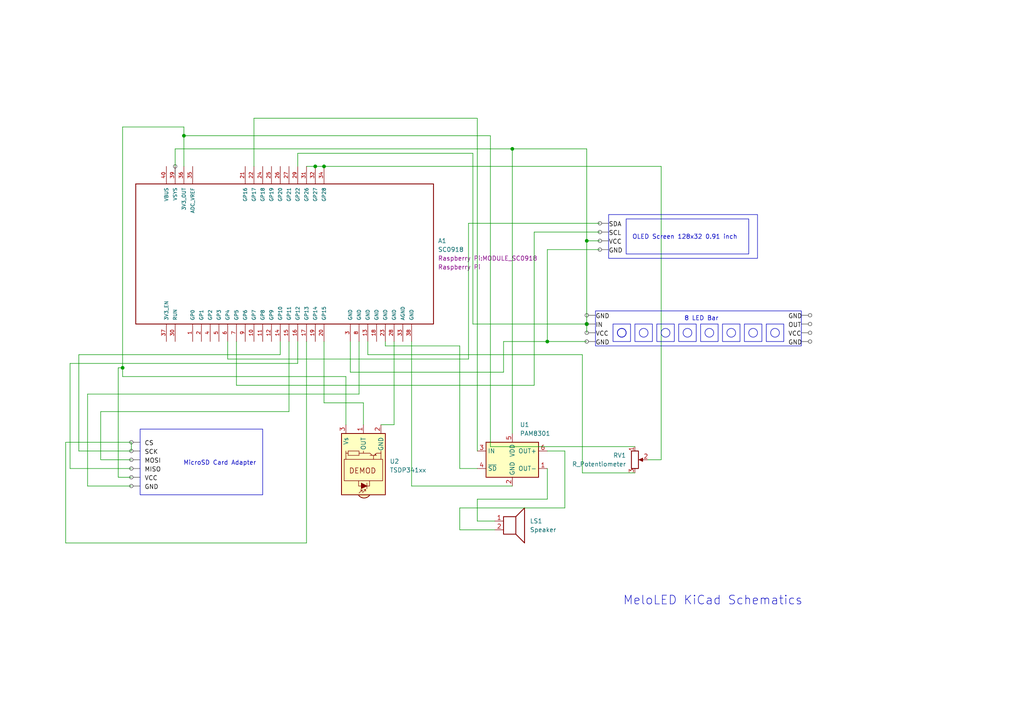
<source format=kicad_sch>
(kicad_sch
	(version 20231120)
	(generator "eeschema")
	(generator_version "8.0")
	(uuid "611160db-d3ff-4dc4-8187-9681edb9ff78")
	(paper "A4")
	(lib_symbols
		(symbol "Amplifier_Audio:PAM8301"
			(exclude_from_sim no)
			(in_bom yes)
			(on_board yes)
			(property "Reference" "U"
				(at 6.35 8.89 0)
				(effects
					(font
						(size 1.27 1.27)
					)
				)
			)
			(property "Value" "PAM8301"
				(at 6.35 6.35 0)
				(effects
					(font
						(size 1.27 1.27)
					)
				)
			)
			(property "Footprint" "Package_TO_SOT_SMD:SOT-23-6"
				(at 0 0 0)
				(effects
					(font
						(size 1.27 1.27)
					)
					(hide yes)
				)
			)
			(property "Datasheet" "https://www.diodes.com/assets/Datasheets/products_inactive_data/PAM8301.pdf"
				(at 0 0 0)
				(effects
					(font
						(size 1.27 1.27)
					)
					(hide yes)
				)
			)
			(property "Description" "Filterless Class-D Mono Audio Amplifier, 1.5W, TSOT-26"
				(at 0 0 0)
				(effects
					(font
						(size 1.27 1.27)
					)
					(hide yes)
				)
			)
			(property "ki_keywords" "audio amplifier class d"
				(at 0 0 0)
				(effects
					(font
						(size 1.27 1.27)
					)
					(hide yes)
				)
			)
			(property "ki_fp_filters" "SOT?23*"
				(at 0 0 0)
				(effects
					(font
						(size 1.27 1.27)
					)
					(hide yes)
				)
			)
			(symbol "PAM8301_0_1"
				(rectangle
					(start -7.62 5.08)
					(end 7.62 -5.08)
					(stroke
						(width 0.254)
						(type default)
					)
					(fill
						(type background)
					)
				)
			)
			(symbol "PAM8301_1_1"
				(pin output line
					(at 10.16 -2.54 180)
					(length 2.54)
					(name "OUT-"
						(effects
							(font
								(size 1.27 1.27)
							)
						)
					)
					(number "1"
						(effects
							(font
								(size 1.27 1.27)
							)
						)
					)
				)
				(pin power_in line
					(at 0 -7.62 90)
					(length 2.54)
					(name "GND"
						(effects
							(font
								(size 1.27 1.27)
							)
						)
					)
					(number "2"
						(effects
							(font
								(size 1.27 1.27)
							)
						)
					)
				)
				(pin input line
					(at -10.16 2.54 0)
					(length 2.54)
					(name "IN"
						(effects
							(font
								(size 1.27 1.27)
							)
						)
					)
					(number "3"
						(effects
							(font
								(size 1.27 1.27)
							)
						)
					)
				)
				(pin input line
					(at -10.16 -2.54 0)
					(length 2.54)
					(name "~{SD}"
						(effects
							(font
								(size 1.27 1.27)
							)
						)
					)
					(number "4"
						(effects
							(font
								(size 1.27 1.27)
							)
						)
					)
				)
				(pin power_in line
					(at 0 7.62 270)
					(length 2.54)
					(name "VDD"
						(effects
							(font
								(size 1.27 1.27)
							)
						)
					)
					(number "5"
						(effects
							(font
								(size 1.27 1.27)
							)
						)
					)
				)
				(pin output line
					(at 10.16 2.54 180)
					(length 2.54)
					(name "OUT+"
						(effects
							(font
								(size 1.27 1.27)
							)
						)
					)
					(number "6"
						(effects
							(font
								(size 1.27 1.27)
							)
						)
					)
				)
			)
		)
		(symbol "Device:R_Potentiometer"
			(pin_names
				(offset 1.016) hide)
			(exclude_from_sim no)
			(in_bom yes)
			(on_board yes)
			(property "Reference" "RV"
				(at -4.445 0 90)
				(effects
					(font
						(size 1.27 1.27)
					)
				)
			)
			(property "Value" "R_Potentiometer"
				(at -2.54 0 90)
				(effects
					(font
						(size 1.27 1.27)
					)
				)
			)
			(property "Footprint" ""
				(at 0 0 0)
				(effects
					(font
						(size 1.27 1.27)
					)
					(hide yes)
				)
			)
			(property "Datasheet" "~"
				(at 0 0 0)
				(effects
					(font
						(size 1.27 1.27)
					)
					(hide yes)
				)
			)
			(property "Description" "Potentiometer"
				(at 0 0 0)
				(effects
					(font
						(size 1.27 1.27)
					)
					(hide yes)
				)
			)
			(property "ki_keywords" "resistor variable"
				(at 0 0 0)
				(effects
					(font
						(size 1.27 1.27)
					)
					(hide yes)
				)
			)
			(property "ki_fp_filters" "Potentiometer*"
				(at 0 0 0)
				(effects
					(font
						(size 1.27 1.27)
					)
					(hide yes)
				)
			)
			(symbol "R_Potentiometer_0_1"
				(polyline
					(pts
						(xy 2.54 0) (xy 1.524 0)
					)
					(stroke
						(width 0)
						(type default)
					)
					(fill
						(type none)
					)
				)
				(polyline
					(pts
						(xy 1.143 0) (xy 2.286 0.508) (xy 2.286 -0.508) (xy 1.143 0)
					)
					(stroke
						(width 0)
						(type default)
					)
					(fill
						(type outline)
					)
				)
				(rectangle
					(start 1.016 2.54)
					(end -1.016 -2.54)
					(stroke
						(width 0.254)
						(type default)
					)
					(fill
						(type none)
					)
				)
			)
			(symbol "R_Potentiometer_1_1"
				(pin passive line
					(at 0 3.81 270)
					(length 1.27)
					(name "1"
						(effects
							(font
								(size 1.27 1.27)
							)
						)
					)
					(number "1"
						(effects
							(font
								(size 1.27 1.27)
							)
						)
					)
				)
				(pin passive line
					(at 3.81 0 180)
					(length 1.27)
					(name "2"
						(effects
							(font
								(size 1.27 1.27)
							)
						)
					)
					(number "2"
						(effects
							(font
								(size 1.27 1.27)
							)
						)
					)
				)
				(pin passive line
					(at 0 -3.81 90)
					(length 1.27)
					(name "3"
						(effects
							(font
								(size 1.27 1.27)
							)
						)
					)
					(number "3"
						(effects
							(font
								(size 1.27 1.27)
							)
						)
					)
				)
			)
		)
		(symbol "Device:Speaker"
			(pin_names
				(offset 0) hide)
			(exclude_from_sim no)
			(in_bom yes)
			(on_board yes)
			(property "Reference" "LS"
				(at 1.27 5.715 0)
				(effects
					(font
						(size 1.27 1.27)
					)
					(justify right)
				)
			)
			(property "Value" "Speaker"
				(at 1.27 3.81 0)
				(effects
					(font
						(size 1.27 1.27)
					)
					(justify right)
				)
			)
			(property "Footprint" ""
				(at 0 -5.08 0)
				(effects
					(font
						(size 1.27 1.27)
					)
					(hide yes)
				)
			)
			(property "Datasheet" "~"
				(at -0.254 -1.27 0)
				(effects
					(font
						(size 1.27 1.27)
					)
					(hide yes)
				)
			)
			(property "Description" "Speaker"
				(at 0 0 0)
				(effects
					(font
						(size 1.27 1.27)
					)
					(hide yes)
				)
			)
			(property "ki_keywords" "speaker sound"
				(at 0 0 0)
				(effects
					(font
						(size 1.27 1.27)
					)
					(hide yes)
				)
			)
			(symbol "Speaker_0_0"
				(rectangle
					(start -2.54 1.27)
					(end 1.016 -3.81)
					(stroke
						(width 0.254)
						(type default)
					)
					(fill
						(type none)
					)
				)
				(polyline
					(pts
						(xy 1.016 1.27) (xy 3.556 3.81) (xy 3.556 -6.35) (xy 1.016 -3.81)
					)
					(stroke
						(width 0.254)
						(type default)
					)
					(fill
						(type none)
					)
				)
			)
			(symbol "Speaker_1_1"
				(pin input line
					(at -5.08 0 0)
					(length 2.54)
					(name "1"
						(effects
							(font
								(size 1.27 1.27)
							)
						)
					)
					(number "1"
						(effects
							(font
								(size 1.27 1.27)
							)
						)
					)
				)
				(pin input line
					(at -5.08 -2.54 0)
					(length 2.54)
					(name "2"
						(effects
							(font
								(size 1.27 1.27)
							)
						)
					)
					(number "2"
						(effects
							(font
								(size 1.27 1.27)
							)
						)
					)
				)
			)
		)
		(symbol "Interface_Optical:TSDP341xx"
			(pin_names
				(offset 1.016)
			)
			(exclude_from_sim no)
			(in_bom yes)
			(on_board yes)
			(property "Reference" "U"
				(at -10.16 7.62 0)
				(effects
					(font
						(size 1.27 1.27)
					)
					(justify left)
				)
			)
			(property "Value" "TSDP341xx"
				(at -10.16 -7.62 0)
				(effects
					(font
						(size 1.27 1.27)
					)
					(justify left)
				)
			)
			(property "Footprint" "OptoDevice:Vishay_MOLD-3Pin"
				(at -1.27 -9.525 0)
				(effects
					(font
						(size 1.27 1.27)
					)
					(hide yes)
				)
			)
			(property "Datasheet" "http://www.vishay.com/docs/82667/tsdp341.pdf"
				(at 16.51 7.62 0)
				(effects
					(font
						(size 1.27 1.27)
					)
					(hide yes)
				)
			)
			(property "Description" "IR Receiver Modules for Data Transmission"
				(at 0 0 0)
				(effects
					(font
						(size 1.27 1.27)
					)
					(hide yes)
				)
			)
			(property "ki_keywords" "opto IR receiver"
				(at 0 0 0)
				(effects
					(font
						(size 1.27 1.27)
					)
					(hide yes)
				)
			)
			(property "ki_fp_filters" "Vishay*MOLD*"
				(at 0 0 0)
				(effects
					(font
						(size 1.27 1.27)
					)
					(hide yes)
				)
			)
			(symbol "TSDP341xx_0_0"
				(arc
					(start -10.287 1.397)
					(mid -11.0899 -0.1852)
					(end -10.287 -1.778)
					(stroke
						(width 0.254)
						(type default)
					)
					(fill
						(type background)
					)
				)
				(polyline
					(pts
						(xy 1.905 -5.08) (xy 0.127 -5.08)
					)
					(stroke
						(width 0)
						(type default)
					)
					(fill
						(type none)
					)
				)
				(polyline
					(pts
						(xy 1.905 5.08) (xy 0.127 5.08)
					)
					(stroke
						(width 0)
						(type default)
					)
					(fill
						(type none)
					)
				)
				(text "DEMOD"
					(at -3.175 0.254 900)
					(effects
						(font
							(size 1.524 1.524)
						)
					)
				)
			)
			(symbol "TSDP341xx_0_1"
				(rectangle
					(start -6.096 5.588)
					(end 0.127 -5.588)
					(stroke
						(width 0)
						(type default)
					)
					(fill
						(type none)
					)
				)
				(polyline
					(pts
						(xy -8.763 0.381) (xy -9.652 1.27)
					)
					(stroke
						(width 0)
						(type default)
					)
					(fill
						(type none)
					)
				)
				(polyline
					(pts
						(xy -8.763 0.381) (xy -9.271 0.381)
					)
					(stroke
						(width 0)
						(type default)
					)
					(fill
						(type none)
					)
				)
				(polyline
					(pts
						(xy -8.763 0.381) (xy -8.763 0.889)
					)
					(stroke
						(width 0)
						(type default)
					)
					(fill
						(type none)
					)
				)
				(polyline
					(pts
						(xy -8.636 -0.635) (xy -9.525 0.254)
					)
					(stroke
						(width 0)
						(type default)
					)
					(fill
						(type none)
					)
				)
				(polyline
					(pts
						(xy -8.636 -0.635) (xy -9.144 -0.635)
					)
					(stroke
						(width 0)
						(type default)
					)
					(fill
						(type none)
					)
				)
				(polyline
					(pts
						(xy -8.636 -0.635) (xy -8.636 -0.127)
					)
					(stroke
						(width 0)
						(type default)
					)
					(fill
						(type none)
					)
				)
				(polyline
					(pts
						(xy -8.382 -1.016) (xy -6.731 -1.016)
					)
					(stroke
						(width 0)
						(type default)
					)
					(fill
						(type none)
					)
				)
				(polyline
					(pts
						(xy 1.27 -2.921) (xy 0.127 -2.921)
					)
					(stroke
						(width 0)
						(type default)
					)
					(fill
						(type none)
					)
				)
				(polyline
					(pts
						(xy 1.27 -1.905) (xy 1.27 -3.81)
					)
					(stroke
						(width 0)
						(type default)
					)
					(fill
						(type none)
					)
				)
				(polyline
					(pts
						(xy 1.397 -3.556) (xy 1.524 -3.556)
					)
					(stroke
						(width 0)
						(type default)
					)
					(fill
						(type none)
					)
				)
				(polyline
					(pts
						(xy 1.651 -3.556) (xy 1.524 -3.556)
					)
					(stroke
						(width 0)
						(type default)
					)
					(fill
						(type none)
					)
				)
				(polyline
					(pts
						(xy 1.651 -3.556) (xy 1.651 -3.302)
					)
					(stroke
						(width 0)
						(type default)
					)
					(fill
						(type none)
					)
				)
				(polyline
					(pts
						(xy 1.905 0) (xy 1.905 1.27)
					)
					(stroke
						(width 0)
						(type default)
					)
					(fill
						(type none)
					)
				)
				(polyline
					(pts
						(xy 1.905 4.445) (xy 1.905 5.08) (xy 2.54 5.08)
					)
					(stroke
						(width 0)
						(type default)
					)
					(fill
						(type none)
					)
				)
				(polyline
					(pts
						(xy -8.382 0.635) (xy -6.731 0.635) (xy -7.62 -1.016) (xy -8.382 0.635)
					)
					(stroke
						(width 0)
						(type default)
					)
					(fill
						(type outline)
					)
				)
				(polyline
					(pts
						(xy -6.096 1.397) (xy -7.62 1.397) (xy -7.62 -1.778) (xy -6.096 -1.778)
					)
					(stroke
						(width 0)
						(type default)
					)
					(fill
						(type none)
					)
				)
				(polyline
					(pts
						(xy 1.27 -3.175) (xy 1.905 -3.81) (xy 1.905 -5.08) (xy 2.54 -5.08)
					)
					(stroke
						(width 0)
						(type default)
					)
					(fill
						(type none)
					)
				)
				(polyline
					(pts
						(xy 1.27 -2.54) (xy 1.905 -1.905) (xy 1.905 0) (xy 2.54 0)
					)
					(stroke
						(width 0)
						(type default)
					)
					(fill
						(type none)
					)
				)
				(rectangle
					(start 2.54 1.27)
					(end 1.27 4.445)
					(stroke
						(width 0)
						(type default)
					)
					(fill
						(type none)
					)
				)
				(rectangle
					(start 7.62 6.35)
					(end -10.16 -6.35)
					(stroke
						(width 0.254)
						(type default)
					)
					(fill
						(type background)
					)
				)
			)
			(symbol "TSDP341xx_1_1"
				(pin output line
					(at 10.16 0 180)
					(length 2.54)
					(name "OUT"
						(effects
							(font
								(size 1.27 1.27)
							)
						)
					)
					(number "1"
						(effects
							(font
								(size 1.27 1.27)
							)
						)
					)
				)
				(pin power_in line
					(at 10.16 -5.08 180)
					(length 2.54)
					(name "GND"
						(effects
							(font
								(size 1.27 1.27)
							)
						)
					)
					(number "2"
						(effects
							(font
								(size 1.27 1.27)
							)
						)
					)
				)
				(pin power_in line
					(at 10.16 5.08 180)
					(length 2.54)
					(name "Vs"
						(effects
							(font
								(size 1.27 1.27)
							)
						)
					)
					(number "3"
						(effects
							(font
								(size 1.27 1.27)
							)
						)
					)
				)
			)
		)
		(symbol "Pico_w:SC0918"
			(pin_names
				(offset 1.016)
			)
			(exclude_from_sim no)
			(in_bom yes)
			(on_board yes)
			(property "Reference" "A1"
				(at 0 58.42 0)
				(effects
					(font
						(size 1.27 1.27)
					)
				)
			)
			(property "Value" "SC0918"
				(at 0 55.88 0)
				(effects
					(font
						(size 1.27 1.27)
					)
				)
			)
			(property "Footprint" "Raspberry Pi:MODULE_SC0918"
				(at -12.7 -46.99 0)
				(effects
					(font
						(size 1.27 1.27)
					)
					(justify bottom)
				)
			)
			(property "Datasheet" "https://datasheets.raspberrypi.com/picow/pico-w-datasheet.pdf"
				(at -26.67 -49.53 0)
				(effects
					(font
						(size 1.27 1.27)
					)
					(justify left bottom)
					(hide yes)
				)
			)
			(property "Description" ""
				(at 0 0 0)
				(effects
					(font
						(size 1.27 1.27)
					)
					(hide yes)
				)
			)
			(property "manufacturer" "Raspberry Pi"
				(at 0 53.34 0)
				(effects
					(font
						(size 1.27 1.27)
					)
				)
			)
			(property "P/N" "SC0918"
				(at 0 50.8 0)
				(effects
					(font
						(size 1.27 1.27)
					)
					(hide yes)
				)
			)
			(property "PARTREV" "1.6"
				(at 0 48.26 0)
				(effects
					(font
						(size 1.27 1.27)
					)
					(hide yes)
				)
			)
			(property "MAXIMUM_PACKAGE_HEIGHT" "3.73mm"
				(at 0 45.72 0)
				(effects
					(font
						(size 1.27 1.27)
					)
					(hide yes)
				)
			)
			(symbol "SC0918_0_0"
				(rectangle
					(start -20.32 -43.18)
					(end 20.32 43.18)
					(stroke
						(width 0.254)
						(type default)
					)
					(fill
						(type none)
					)
				)
				(pin bidirectional line
					(at -25.4 26.67 0)
					(length 5.08)
					(name "GP0"
						(effects
							(font
								(size 1.016 1.016)
							)
						)
					)
					(number "1"
						(effects
							(font
								(size 1.016 1.016)
							)
						)
					)
				)
				(pin bidirectional line
					(at -25.4 8.89 0)
					(length 5.08)
					(name "GP7"
						(effects
							(font
								(size 1.016 1.016)
							)
						)
					)
					(number "10"
						(effects
							(font
								(size 1.016 1.016)
							)
						)
					)
				)
				(pin bidirectional line
					(at -25.4 6.35 0)
					(length 5.08)
					(name "GP8"
						(effects
							(font
								(size 1.016 1.016)
							)
						)
					)
					(number "11"
						(effects
							(font
								(size 1.016 1.016)
							)
						)
					)
				)
				(pin bidirectional line
					(at -25.4 3.81 0)
					(length 5.08)
					(name "GP9"
						(effects
							(font
								(size 1.016 1.016)
							)
						)
					)
					(number "12"
						(effects
							(font
								(size 1.016 1.016)
							)
						)
					)
				)
				(pin power_in line
					(at -25.4 -24.13 0)
					(length 5.08)
					(name "GND"
						(effects
							(font
								(size 1.016 1.016)
							)
						)
					)
					(number "13"
						(effects
							(font
								(size 1.016 1.016)
							)
						)
					)
				)
				(pin bidirectional line
					(at -25.4 1.27 0)
					(length 5.08)
					(name "GP10"
						(effects
							(font
								(size 1.016 1.016)
							)
						)
					)
					(number "14"
						(effects
							(font
								(size 1.016 1.016)
							)
						)
					)
				)
				(pin bidirectional line
					(at -25.4 -1.27 0)
					(length 5.08)
					(name "GP11"
						(effects
							(font
								(size 1.016 1.016)
							)
						)
					)
					(number "15"
						(effects
							(font
								(size 1.016 1.016)
							)
						)
					)
				)
				(pin bidirectional line
					(at -25.4 -3.81 0)
					(length 5.08)
					(name "GP12"
						(effects
							(font
								(size 1.016 1.016)
							)
						)
					)
					(number "16"
						(effects
							(font
								(size 1.016 1.016)
							)
						)
					)
				)
				(pin bidirectional line
					(at -25.4 -6.35 0)
					(length 5.08)
					(name "GP13"
						(effects
							(font
								(size 1.016 1.016)
							)
						)
					)
					(number "17"
						(effects
							(font
								(size 1.016 1.016)
							)
						)
					)
				)
				(pin power_in line
					(at -25.4 -26.67 0)
					(length 5.08)
					(name "GND"
						(effects
							(font
								(size 1.016 1.016)
							)
						)
					)
					(number "18"
						(effects
							(font
								(size 1.016 1.016)
							)
						)
					)
				)
				(pin bidirectional line
					(at -25.4 -8.89 0)
					(length 5.08)
					(name "GP14"
						(effects
							(font
								(size 1.016 1.016)
							)
						)
					)
					(number "19"
						(effects
							(font
								(size 1.016 1.016)
							)
						)
					)
				)
				(pin bidirectional line
					(at -25.4 24.13 0)
					(length 5.08)
					(name "GP1"
						(effects
							(font
								(size 1.016 1.016)
							)
						)
					)
					(number "2"
						(effects
							(font
								(size 1.016 1.016)
							)
						)
					)
				)
				(pin bidirectional line
					(at -25.4 -11.43 0)
					(length 5.08)
					(name "GP15"
						(effects
							(font
								(size 1.016 1.016)
							)
						)
					)
					(number "20"
						(effects
							(font
								(size 1.016 1.016)
							)
						)
					)
				)
				(pin bidirectional line
					(at 25.4 11.43 180)
					(length 5.08)
					(name "GP16"
						(effects
							(font
								(size 1.016 1.016)
							)
						)
					)
					(number "21"
						(effects
							(font
								(size 1.016 1.016)
							)
						)
					)
				)
				(pin bidirectional line
					(at 25.4 8.89 180)
					(length 5.08)
					(name "GP17"
						(effects
							(font
								(size 1.016 1.016)
							)
						)
					)
					(number "22"
						(effects
							(font
								(size 1.016 1.016)
							)
						)
					)
				)
				(pin power_in line
					(at -25.4 -29.21 0)
					(length 5.08)
					(name "GND"
						(effects
							(font
								(size 1.016 1.016)
							)
						)
					)
					(number "23"
						(effects
							(font
								(size 1.016 1.016)
							)
						)
					)
				)
				(pin bidirectional line
					(at 25.4 6.35 180)
					(length 5.08)
					(name "GP18"
						(effects
							(font
								(size 1.016 1.016)
							)
						)
					)
					(number "24"
						(effects
							(font
								(size 1.016 1.016)
							)
						)
					)
				)
				(pin bidirectional line
					(at 25.4 3.81 180)
					(length 5.08)
					(name "GP19"
						(effects
							(font
								(size 1.016 1.016)
							)
						)
					)
					(number "25"
						(effects
							(font
								(size 1.016 1.016)
							)
						)
					)
				)
				(pin bidirectional line
					(at 25.4 1.27 180)
					(length 5.08)
					(name "GP20"
						(effects
							(font
								(size 1.016 1.016)
							)
						)
					)
					(number "26"
						(effects
							(font
								(size 1.016 1.016)
							)
						)
					)
				)
				(pin bidirectional line
					(at 25.4 -1.27 180)
					(length 5.08)
					(name "GP21"
						(effects
							(font
								(size 1.016 1.016)
							)
						)
					)
					(number "27"
						(effects
							(font
								(size 1.016 1.016)
							)
						)
					)
				)
				(pin power_in line
					(at -25.4 -31.75 0)
					(length 5.08)
					(name "GND"
						(effects
							(font
								(size 1.016 1.016)
							)
						)
					)
					(number "28"
						(effects
							(font
								(size 1.016 1.016)
							)
						)
					)
				)
				(pin bidirectional line
					(at 25.4 -3.81 180)
					(length 5.08)
					(name "GP22"
						(effects
							(font
								(size 1.016 1.016)
							)
						)
					)
					(number "29"
						(effects
							(font
								(size 1.016 1.016)
							)
						)
					)
				)
				(pin power_in line
					(at -25.4 -19.05 0)
					(length 5.08)
					(name "GND"
						(effects
							(font
								(size 1.016 1.016)
							)
						)
					)
					(number "3"
						(effects
							(font
								(size 1.016 1.016)
							)
						)
					)
				)
				(pin input line
					(at -25.4 31.75 0)
					(length 5.08)
					(name "RUN"
						(effects
							(font
								(size 1.016 1.016)
							)
						)
					)
					(number "30"
						(effects
							(font
								(size 1.016 1.016)
							)
						)
					)
				)
				(pin bidirectional line
					(at 25.4 -6.35 180)
					(length 5.08)
					(name "GP26"
						(effects
							(font
								(size 1.016 1.016)
							)
						)
					)
					(number "31"
						(effects
							(font
								(size 1.016 1.016)
							)
						)
					)
				)
				(pin bidirectional line
					(at 25.4 -8.89 180)
					(length 5.08)
					(name "GP27"
						(effects
							(font
								(size 1.016 1.016)
							)
						)
					)
					(number "32"
						(effects
							(font
								(size 1.016 1.016)
							)
						)
					)
				)
				(pin power_in line
					(at -25.4 -34.29 0)
					(length 5.08)
					(name "AGND"
						(effects
							(font
								(size 1.016 1.016)
							)
						)
					)
					(number "33"
						(effects
							(font
								(size 1.016 1.016)
							)
						)
					)
				)
				(pin bidirectional line
					(at 25.4 -11.43 180)
					(length 5.08)
					(name "GP28"
						(effects
							(font
								(size 1.016 1.016)
							)
						)
					)
					(number "34"
						(effects
							(font
								(size 1.016 1.016)
							)
						)
					)
				)
				(pin power_in line
					(at 25.4 26.67 180)
					(length 5.08)
					(name "ADC_VREF"
						(effects
							(font
								(size 1.016 1.016)
							)
						)
					)
					(number "35"
						(effects
							(font
								(size 1.016 1.016)
							)
						)
					)
				)
				(pin power_in line
					(at 25.4 29.21 180)
					(length 5.08)
					(name "3V3_OUT"
						(effects
							(font
								(size 1.016 1.016)
							)
						)
					)
					(number "36"
						(effects
							(font
								(size 1.016 1.016)
							)
						)
					)
				)
				(pin input line
					(at -25.4 34.29 0)
					(length 5.08)
					(name "3V3_EN"
						(effects
							(font
								(size 1.016 1.016)
							)
						)
					)
					(number "37"
						(effects
							(font
								(size 1.016 1.016)
							)
						)
					)
				)
				(pin power_in line
					(at -25.4 -36.83 0)
					(length 5.08)
					(name "GND"
						(effects
							(font
								(size 1.016 1.016)
							)
						)
					)
					(number "38"
						(effects
							(font
								(size 1.016 1.016)
							)
						)
					)
				)
				(pin free line
					(at 25.4 31.75 180)
					(length 5.08)
					(name "VSYS"
						(effects
							(font
								(size 1.016 1.016)
							)
						)
					)
					(number "39"
						(effects
							(font
								(size 1.016 1.016)
							)
						)
					)
				)
				(pin bidirectional line
					(at -25.4 21.59 0)
					(length 5.08)
					(name "GP2"
						(effects
							(font
								(size 1.016 1.016)
							)
						)
					)
					(number "4"
						(effects
							(font
								(size 1.016 1.016)
							)
						)
					)
				)
				(pin free line
					(at 25.4 34.29 180)
					(length 5.08)
					(name "VBUS"
						(effects
							(font
								(size 1.016 1.016)
							)
						)
					)
					(number "40"
						(effects
							(font
								(size 1.016 1.016)
							)
						)
					)
				)
				(pin bidirectional line
					(at -25.4 19.05 0)
					(length 5.08)
					(name "GP3"
						(effects
							(font
								(size 1.016 1.016)
							)
						)
					)
					(number "5"
						(effects
							(font
								(size 1.016 1.016)
							)
						)
					)
				)
				(pin bidirectional line
					(at -25.4 16.51 0)
					(length 5.08)
					(name "GP4"
						(effects
							(font
								(size 1.016 1.016)
							)
						)
					)
					(number "6"
						(effects
							(font
								(size 1.016 1.016)
							)
						)
					)
				)
				(pin bidirectional line
					(at -25.4 13.97 0)
					(length 5.08)
					(name "GP5"
						(effects
							(font
								(size 1.016 1.016)
							)
						)
					)
					(number "7"
						(effects
							(font
								(size 1.016 1.016)
							)
						)
					)
				)
				(pin power_in line
					(at -25.4 -21.59 0)
					(length 5.08)
					(name "GND"
						(effects
							(font
								(size 1.016 1.016)
							)
						)
					)
					(number "8"
						(effects
							(font
								(size 1.016 1.016)
							)
						)
					)
				)
				(pin bidirectional line
					(at -25.4 11.43 0)
					(length 5.08)
					(name "GP6"
						(effects
							(font
								(size 1.016 1.016)
							)
						)
					)
					(number "9"
						(effects
							(font
								(size 1.016 1.016)
							)
						)
					)
				)
			)
		)
	)
	(junction
		(at 148.59 43.18)
		(diameter 0)
		(color 0 0 0 0)
		(uuid "18f94435-bf4d-4cfc-b142-6083b99174a9")
	)
	(junction
		(at 91.44 48.26)
		(diameter 0)
		(color 0 0 0 0)
		(uuid "42f60d0e-14e5-47d0-8739-2e6a4b33e09a")
	)
	(junction
		(at 170.18 69.85)
		(diameter 0)
		(color 0 0 0 0)
		(uuid "a628d9e5-b3fe-4f11-9bdf-0b5966286689")
	)
	(junction
		(at 93.98 48.26)
		(diameter 0)
		(color 0 0 0 0)
		(uuid "b0bd6a7a-e551-445a-be25-09d7b4fead77")
	)
	(junction
		(at 158.75 99.06)
		(diameter 0)
		(color 0 0 0 0)
		(uuid "b756a64d-db06-4c14-9630-4b90b9d44932")
	)
	(junction
		(at 170.18 93.98)
		(diameter 0)
		(color 0 0 0 0)
		(uuid "e80600c3-b5ab-4e76-8f9e-b655d095153c")
	)
	(junction
		(at 35.56 106.68)
		(diameter 0)
		(color 0 0 0 0)
		(uuid "ee958abc-6676-4a39-9219-dbb8108ab827")
	)
	(junction
		(at 53.34 39.37)
		(diameter 0)
		(color 0 0 0 0)
		(uuid "eef02506-952e-4cdf-af2f-43c770beecf7")
	)
	(wire
		(pts
			(xy 148.59 43.18) (xy 50.8 43.18)
		)
		(stroke
			(width 0)
			(type default)
		)
		(uuid "003b2b7b-8476-4e93-ad41-96a4ea548e21")
	)
	(wire
		(pts
			(xy 88.9 48.26) (xy 91.44 48.26)
		)
		(stroke
			(width 0)
			(type default)
		)
		(uuid "041b8d57-568e-4fed-9274-2af249c37a1c")
	)
	(wire
		(pts
			(xy 25.4 140.97) (xy 25.4 114.3)
		)
		(stroke
			(width 0)
			(type default)
		)
		(uuid "04d4c697-3bba-4708-a569-33a20efb46c2")
	)
	(wire
		(pts
			(xy 38.1 130.81) (xy 38.1 128.27)
		)
		(stroke
			(width 0)
			(type default)
		)
		(uuid "085f92a0-fc30-4351-ac3d-6ceb3330dcf1")
	)
	(wire
		(pts
			(xy 173.99 64.77) (xy 135.89 64.77)
		)
		(stroke
			(width 0)
			(type default)
		)
		(uuid "08f914b6-f105-4644-84ec-bf6f3933dbfc")
	)
	(wire
		(pts
			(xy 100.33 123.19) (xy 100.33 109.22)
		)
		(stroke
			(width 0)
			(type default)
		)
		(uuid "09c9e915-a442-43d2-9ef2-5b1a147353e8")
	)
	(wire
		(pts
			(xy 68.58 111.76) (xy 68.58 99.06)
		)
		(stroke
			(width 0)
			(type default)
		)
		(uuid "0e3d1fed-dcae-40c6-be6b-c8b3f9398ac4")
	)
	(wire
		(pts
			(xy 19.05 128.27) (xy 19.05 157.48)
		)
		(stroke
			(width 0)
			(type default)
		)
		(uuid "18eafc2a-b261-40d5-a138-a60d405d6dd9")
	)
	(wire
		(pts
			(xy 138.43 151.13) (xy 143.51 151.13)
		)
		(stroke
			(width 0)
			(type default)
		)
		(uuid "1d6624c3-134d-4145-9a40-7823d138ec97")
	)
	(wire
		(pts
			(xy 158.75 72.39) (xy 158.75 99.06)
		)
		(stroke
			(width 0)
			(type default)
		)
		(uuid "2071813a-11f3-4a8c-b74f-5fabfa6d6858")
	)
	(wire
		(pts
			(xy 22.86 102.87) (xy 81.28 102.87)
		)
		(stroke
			(width 0)
			(type default)
		)
		(uuid "23fee761-7a4e-4eeb-86ab-eaafcc5a10d9")
	)
	(wire
		(pts
			(xy 146.05 107.95) (xy 101.6 107.95)
		)
		(stroke
			(width 0)
			(type default)
		)
		(uuid "25b52eee-4fcb-4cd6-8c7d-9d06a0f2bebe")
	)
	(wire
		(pts
			(xy 135.89 64.77) (xy 135.89 104.14)
		)
		(stroke
			(width 0)
			(type default)
		)
		(uuid "271d853d-8a11-40f6-9d1b-fbcaf4ab3f1c")
	)
	(wire
		(pts
			(xy 163.83 130.81) (xy 163.83 147.32)
		)
		(stroke
			(width 0)
			(type default)
		)
		(uuid "28e07cc1-2c00-4658-a94e-398638f16521")
	)
	(wire
		(pts
			(xy 191.77 48.26) (xy 191.77 133.35)
		)
		(stroke
			(width 0)
			(type default)
		)
		(uuid "2901980c-2941-406e-a431-c44d29478939")
	)
	(wire
		(pts
			(xy 170.18 93.98) (xy 137.16 93.98)
		)
		(stroke
			(width 0)
			(type default)
		)
		(uuid "296797f8-0fcc-414a-be0b-e98285b71da1")
	)
	(wire
		(pts
			(xy 86.36 44.45) (xy 86.36 48.26)
		)
		(stroke
			(width 0)
			(type default)
		)
		(uuid "29dd0154-a9ea-428e-b887-de8b45b239b7")
	)
	(wire
		(pts
			(xy 158.75 99.06) (xy 146.05 99.06)
		)
		(stroke
			(width 0)
			(type default)
		)
		(uuid "2ec20e24-470c-44fb-b204-12b0e045ba3f")
	)
	(wire
		(pts
			(xy 173.99 72.39) (xy 158.75 72.39)
		)
		(stroke
			(width 0)
			(type default)
		)
		(uuid "30a7c6a1-fe52-42bd-a62b-e81990b2471e")
	)
	(wire
		(pts
			(xy 104.14 114.3) (xy 104.14 99.06)
		)
		(stroke
			(width 0)
			(type default)
		)
		(uuid "3507c526-c1b9-4646-acde-3b9d443958dc")
	)
	(wire
		(pts
			(xy 138.43 144.78) (xy 138.43 151.13)
		)
		(stroke
			(width 0)
			(type default)
		)
		(uuid "359ce3e6-215c-45bd-b312-103ecf063e2d")
	)
	(wire
		(pts
			(xy 73.66 34.29) (xy 73.66 48.26)
		)
		(stroke
			(width 0)
			(type default)
		)
		(uuid "38b0dfce-fd49-4120-9ab1-64f0f2b10aea")
	)
	(wire
		(pts
			(xy 170.18 69.85) (xy 173.99 69.85)
		)
		(stroke
			(width 0)
			(type default)
		)
		(uuid "3e455ac4-8cad-4219-a077-c48c363bd29b")
	)
	(wire
		(pts
			(xy 170.18 93.98) (xy 170.18 69.85)
		)
		(stroke
			(width 0)
			(type default)
		)
		(uuid "3e70bb18-2f16-4a79-8b61-bbf8c99be66e")
	)
	(wire
		(pts
			(xy 25.4 114.3) (xy 104.14 114.3)
		)
		(stroke
			(width 0)
			(type default)
		)
		(uuid "3ea65d8c-d7b8-4b8c-85c4-e376550ecbdd")
	)
	(wire
		(pts
			(xy 34.29 106.68) (xy 35.56 106.68)
		)
		(stroke
			(width 0)
			(type default)
		)
		(uuid "403148c4-b4c7-494d-860e-01e2a4ae3f3b")
	)
	(wire
		(pts
			(xy 138.43 34.29) (xy 73.66 34.29)
		)
		(stroke
			(width 0)
			(type default)
		)
		(uuid "43e98d1a-dd00-4d09-a436-2f67f595eaa1")
	)
	(wire
		(pts
			(xy 100.33 109.22) (xy 35.56 109.22)
		)
		(stroke
			(width 0)
			(type default)
		)
		(uuid "4426adfb-c448-4980-9a17-84a3525fb93c")
	)
	(wire
		(pts
			(xy 137.16 93.98) (xy 137.16 44.45)
		)
		(stroke
			(width 0)
			(type default)
		)
		(uuid "44930882-900c-47ce-b267-5fcf6228c413")
	)
	(wire
		(pts
			(xy 114.3 123.19) (xy 114.3 99.06)
		)
		(stroke
			(width 0)
			(type default)
		)
		(uuid "44a9e244-ec11-4abc-b31a-e9b54f23055e")
	)
	(wire
		(pts
			(xy 53.34 36.83) (xy 53.34 39.37)
		)
		(stroke
			(width 0)
			(type default)
		)
		(uuid "45af6b9e-5f33-4c97-ab70-01373fd59eec")
	)
	(wire
		(pts
			(xy 81.28 102.87) (xy 81.28 99.06)
		)
		(stroke
			(width 0)
			(type default)
		)
		(uuid "4ea23ea9-3665-4135-8991-e6b4b8f8bd1c")
	)
	(wire
		(pts
			(xy 119.38 140.97) (xy 119.38 99.06)
		)
		(stroke
			(width 0)
			(type default)
		)
		(uuid "4fe866c5-50bd-4294-b5db-3694a5819d68")
	)
	(wire
		(pts
			(xy 38.1 140.97) (xy 25.4 140.97)
		)
		(stroke
			(width 0)
			(type default)
		)
		(uuid "53af8690-725e-4d4d-a699-f6afcdc87d96")
	)
	(wire
		(pts
			(xy 138.43 130.81) (xy 138.43 34.29)
		)
		(stroke
			(width 0)
			(type default)
		)
		(uuid "54abcd32-821c-48fc-a0e2-93b03855184d")
	)
	(wire
		(pts
			(xy 170.18 43.18) (xy 148.59 43.18)
		)
		(stroke
			(width 0)
			(type default)
		)
		(uuid "5728f73f-4284-47c1-aa65-6ca89f9c74c0")
	)
	(wire
		(pts
			(xy 38.1 128.27) (xy 19.05 128.27)
		)
		(stroke
			(width 0)
			(type default)
		)
		(uuid "57e1da0d-f2af-4828-af33-568c91f5117b")
	)
	(wire
		(pts
			(xy 154.94 111.76) (xy 68.58 111.76)
		)
		(stroke
			(width 0)
			(type default)
		)
		(uuid "5bdc5f35-a213-40cc-a248-317c59060f89")
	)
	(wire
		(pts
			(xy 20.32 135.89) (xy 20.32 105.41)
		)
		(stroke
			(width 0)
			(type default)
		)
		(uuid "5c6557e5-27b4-4cfe-af10-b590d6b276fe")
	)
	(wire
		(pts
			(xy 93.98 116.84) (xy 105.41 116.84)
		)
		(stroke
			(width 0)
			(type default)
		)
		(uuid "5d57f84e-eb92-442e-9f3d-e65c268bd2f0")
	)
	(wire
		(pts
			(xy 170.18 69.85) (xy 170.18 43.18)
		)
		(stroke
			(width 0)
			(type default)
		)
		(uuid "6125677f-c6cd-4162-b361-a37c7077a45e")
	)
	(wire
		(pts
			(xy 35.56 106.68) (xy 35.56 36.83)
		)
		(stroke
			(width 0)
			(type default)
		)
		(uuid "641c4672-9032-40fb-b341-72b424880d06")
	)
	(wire
		(pts
			(xy 29.21 133.35) (xy 29.21 119.38)
		)
		(stroke
			(width 0)
			(type default)
		)
		(uuid "674cc11a-37b2-4c02-96f1-391e41893ba8")
	)
	(wire
		(pts
			(xy 142.24 39.37) (xy 53.34 39.37)
		)
		(stroke
			(width 0)
			(type default)
		)
		(uuid "67c080c2-adff-44d3-ac30-6bbc8bc70704")
	)
	(wire
		(pts
			(xy 184.15 137.16) (xy 168.91 137.16)
		)
		(stroke
			(width 0)
			(type default)
		)
		(uuid "6f866cb4-8c87-4c48-be31-5f6f874abde3")
	)
	(wire
		(pts
			(xy 173.99 67.31) (xy 154.94 67.31)
		)
		(stroke
			(width 0)
			(type default)
		)
		(uuid "74111755-766b-460c-afef-575259cf4742")
	)
	(wire
		(pts
			(xy 50.8 43.18) (xy 50.8 48.26)
		)
		(stroke
			(width 0)
			(type default)
		)
		(uuid "75012302-5986-4ccb-8e2f-c76e1138871c")
	)
	(wire
		(pts
			(xy 35.56 109.22) (xy 35.56 106.68)
		)
		(stroke
			(width 0)
			(type default)
		)
		(uuid "7d0878b3-ad89-4012-97ff-33cd1207d8b4")
	)
	(wire
		(pts
			(xy 146.05 99.06) (xy 146.05 107.95)
		)
		(stroke
			(width 0)
			(type default)
		)
		(uuid "7d97ca94-7f2f-47cb-a262-322dee0fe5ea")
	)
	(wire
		(pts
			(xy 168.91 137.16) (xy 168.91 102.87)
		)
		(stroke
			(width 0)
			(type default)
		)
		(uuid "7fa20bcf-e08b-4db9-9e68-bac7832dabc8")
	)
	(wire
		(pts
			(xy 163.83 147.32) (xy 133.35 147.32)
		)
		(stroke
			(width 0)
			(type default)
		)
		(uuid "83571e7b-83a4-4e0d-bbfb-58866358975f")
	)
	(wire
		(pts
			(xy 168.91 102.87) (xy 106.68 102.87)
		)
		(stroke
			(width 0)
			(type default)
		)
		(uuid "897a3153-238e-49c7-89ea-7ecdaacebb57")
	)
	(wire
		(pts
			(xy 133.35 153.67) (xy 143.51 153.67)
		)
		(stroke
			(width 0)
			(type default)
		)
		(uuid "89c2276b-100c-451c-930f-3cbc95b26652")
	)
	(wire
		(pts
			(xy 154.94 67.31) (xy 154.94 111.76)
		)
		(stroke
			(width 0)
			(type default)
		)
		(uuid "8d59cfa7-5537-42ae-a86a-7f47ba2b4fc2")
	)
	(wire
		(pts
			(xy 101.6 107.95) (xy 101.6 99.06)
		)
		(stroke
			(width 0)
			(type default)
		)
		(uuid "8da8f9e1-e36e-4e51-b939-459cce634325")
	)
	(wire
		(pts
			(xy 184.15 129.54) (xy 142.24 129.54)
		)
		(stroke
			(width 0)
			(type default)
		)
		(uuid "8dfb6588-9b9d-493a-9346-c20873390601")
	)
	(wire
		(pts
			(xy 29.21 119.38) (xy 83.82 119.38)
		)
		(stroke
			(width 0)
			(type default)
		)
		(uuid "8ec2e816-e90a-4886-a80e-efb4afc59c36")
	)
	(wire
		(pts
			(xy 133.35 147.32) (xy 133.35 153.67)
		)
		(stroke
			(width 0)
			(type default)
		)
		(uuid "91065c69-4080-454f-8f2c-bc5abcc6a3c1")
	)
	(wire
		(pts
			(xy 93.98 99.06) (xy 93.98 116.84)
		)
		(stroke
			(width 0)
			(type default)
		)
		(uuid "995441f0-de22-4a51-93e4-0c7c500d513c")
	)
	(wire
		(pts
			(xy 110.49 123.19) (xy 114.3 123.19)
		)
		(stroke
			(width 0)
			(type default)
		)
		(uuid "9a4e3a27-3de6-4bde-9912-8015c6b57cef")
	)
	(wire
		(pts
			(xy 38.1 133.35) (xy 29.21 133.35)
		)
		(stroke
			(width 0)
			(type default)
		)
		(uuid "9bb4a12e-eb14-4d5a-92bd-7d6ee98be1d2")
	)
	(wire
		(pts
			(xy 19.05 157.48) (xy 88.9 157.48)
		)
		(stroke
			(width 0)
			(type default)
		)
		(uuid "a45c1948-82f2-47e1-a6db-19720f8355e0")
	)
	(wire
		(pts
			(xy 38.1 138.43) (xy 34.29 138.43)
		)
		(stroke
			(width 0)
			(type default)
		)
		(uuid "a5be7d86-3cd9-4dee-b06d-e6d3a8ae5976")
	)
	(wire
		(pts
			(xy 158.75 135.89) (xy 158.75 144.78)
		)
		(stroke
			(width 0)
			(type default)
		)
		(uuid "a99f147e-a7b2-42f7-8f40-526f229cbba2")
	)
	(wire
		(pts
			(xy 106.68 102.87) (xy 106.68 99.06)
		)
		(stroke
			(width 0)
			(type default)
		)
		(uuid "aa74bae1-9517-4589-8570-c2bcba9cd271")
	)
	(wire
		(pts
			(xy 93.98 48.26) (xy 191.77 48.26)
		)
		(stroke
			(width 0)
			(type default)
		)
		(uuid "ac641f1b-7280-4997-b3fc-2db00937b09b")
	)
	(wire
		(pts
			(xy 111.76 99.06) (xy 111.76 100.33)
		)
		(stroke
			(width 0)
			(type default)
		)
		(uuid "ad6a3194-b0e0-49d2-9783-8b5df6a1cbc9")
	)
	(wire
		(pts
			(xy 158.75 130.81) (xy 163.83 130.81)
		)
		(stroke
			(width 0)
			(type default)
		)
		(uuid "aea005a4-9d45-43f2-8aed-de5b1c216430")
	)
	(wire
		(pts
			(xy 170.18 96.52) (xy 170.18 93.98)
		)
		(stroke
			(width 0)
			(type default)
		)
		(uuid "aed96ee7-f0b7-4bb7-a44f-88a705f9e0e9")
	)
	(wire
		(pts
			(xy 191.77 133.35) (xy 187.96 133.35)
		)
		(stroke
			(width 0)
			(type default)
		)
		(uuid "b0f95031-d267-4726-83ff-9c224d4788a2")
	)
	(wire
		(pts
			(xy 133.35 100.33) (xy 133.35 135.89)
		)
		(stroke
			(width 0)
			(type default)
		)
		(uuid "b1a7e298-f5a6-4963-aaa1-7f3c3d3070c8")
	)
	(wire
		(pts
			(xy 105.41 116.84) (xy 105.41 123.19)
		)
		(stroke
			(width 0)
			(type default)
		)
		(uuid "b226443c-ccc4-4e27-91b5-153e71b6193e")
	)
	(wire
		(pts
			(xy 20.32 105.41) (xy 86.36 105.41)
		)
		(stroke
			(width 0)
			(type default)
		)
		(uuid "c2490445-f9fd-43d2-b9a0-87e9e1d60422")
	)
	(wire
		(pts
			(xy 142.24 129.54) (xy 142.24 39.37)
		)
		(stroke
			(width 0)
			(type default)
		)
		(uuid "c65847c5-3755-496a-a09c-e9bfd294fbf6")
	)
	(wire
		(pts
			(xy 38.1 135.89) (xy 20.32 135.89)
		)
		(stroke
			(width 0)
			(type default)
		)
		(uuid "c6cbcd2c-408f-49a9-89e2-d98cc23d524a")
	)
	(wire
		(pts
			(xy 83.82 119.38) (xy 83.82 99.06)
		)
		(stroke
			(width 0)
			(type default)
		)
		(uuid "c766bde7-df4e-4a52-a67c-c1850efcb9b3")
	)
	(wire
		(pts
			(xy 170.18 99.06) (xy 158.75 99.06)
		)
		(stroke
			(width 0)
			(type default)
		)
		(uuid "c7e01f51-1f71-427c-830f-d378eb8defc3")
	)
	(wire
		(pts
			(xy 34.29 138.43) (xy 34.29 106.68)
		)
		(stroke
			(width 0)
			(type default)
		)
		(uuid "c9d309ab-072c-4402-9c51-c1c076135850")
	)
	(wire
		(pts
			(xy 88.9 157.48) (xy 88.9 99.06)
		)
		(stroke
			(width 0)
			(type default)
		)
		(uuid "cf9e08c3-6926-409f-bb3b-cde24f442199")
	)
	(wire
		(pts
			(xy 148.59 43.18) (xy 148.59 125.73)
		)
		(stroke
			(width 0)
			(type default)
		)
		(uuid "d5566084-2b9c-4351-b75b-5c4f530af23b")
	)
	(wire
		(pts
			(xy 66.04 104.14) (xy 66.04 99.06)
		)
		(stroke
			(width 0)
			(type default)
		)
		(uuid "d94e0436-7b72-4926-878b-801a3aeb5144")
	)
	(wire
		(pts
			(xy 22.86 130.81) (xy 22.86 102.87)
		)
		(stroke
			(width 0)
			(type default)
		)
		(uuid "dd58e638-b409-4f93-a4ea-51fd055c6390")
	)
	(wire
		(pts
			(xy 53.34 39.37) (xy 53.34 48.26)
		)
		(stroke
			(width 0)
			(type default)
		)
		(uuid "e3b7223e-70ea-467d-b619-55b3b822ea33")
	)
	(wire
		(pts
			(xy 148.59 140.97) (xy 119.38 140.97)
		)
		(stroke
			(width 0)
			(type default)
		)
		(uuid "e4c49392-529a-433a-9a17-a2f314339456")
	)
	(wire
		(pts
			(xy 133.35 135.89) (xy 138.43 135.89)
		)
		(stroke
			(width 0)
			(type default)
		)
		(uuid "e78581e2-f937-43eb-be22-78763a054ae9")
	)
	(wire
		(pts
			(xy 158.75 144.78) (xy 138.43 144.78)
		)
		(stroke
			(width 0)
			(type default)
		)
		(uuid "f204da95-dc25-4a1d-bff3-52bcb88010e3")
	)
	(wire
		(pts
			(xy 91.44 48.26) (xy 93.98 48.26)
		)
		(stroke
			(width 0)
			(type default)
		)
		(uuid "f37b94c2-be54-405e-b9fb-e05464315407")
	)
	(wire
		(pts
			(xy 35.56 36.83) (xy 53.34 36.83)
		)
		(stroke
			(width 0)
			(type default)
		)
		(uuid "f3b8bddd-542c-4faa-a66c-0eb4498f8fa9")
	)
	(wire
		(pts
			(xy 137.16 44.45) (xy 86.36 44.45)
		)
		(stroke
			(width 0)
			(type default)
		)
		(uuid "f52fce9e-8d43-44b8-85ee-c7e894907d84")
	)
	(wire
		(pts
			(xy 111.76 100.33) (xy 133.35 100.33)
		)
		(stroke
			(width 0)
			(type default)
		)
		(uuid "f71d1cc1-7273-49a6-ad2a-5f5818d78afd")
	)
	(wire
		(pts
			(xy 86.36 99.06) (xy 86.36 105.41)
		)
		(stroke
			(width 0)
			(type default)
		)
		(uuid "f8170720-c622-448c-b23b-f38d1888a49a")
	)
	(wire
		(pts
			(xy 38.1 130.81) (xy 22.86 130.81)
		)
		(stroke
			(width 0)
			(type default)
		)
		(uuid "fd00f604-d42d-4c34-8353-66ed6ccc188a")
	)
	(wire
		(pts
			(xy 135.89 104.14) (xy 66.04 104.14)
		)
		(stroke
			(width 0)
			(type default)
		)
		(uuid "fee19add-3768-473c-b3fe-f747e219fb18")
	)
	(rectangle
		(start 203.2 93.98)
		(end 208.28 99.06)
		(stroke
			(width 0)
			(type default)
		)
		(fill
			(type none)
		)
		(uuid 00b55d37-cdd8-4af7-91e7-236670b8e315)
	)
	(circle
		(center 205.74 96.52)
		(radius 1.27)
		(stroke
			(width 0)
			(type default)
		)
		(fill
			(type none)
		)
		(uuid 0230abaa-2444-4097-a12c-f0c80c303329)
	)
	(rectangle
		(start 222.25 93.98)
		(end 227.33 99.06)
		(stroke
			(width 0)
			(type default)
		)
		(fill
			(type none)
		)
		(uuid 0971865f-7ad6-47d6-92b1-29b7c15015a5)
	)
	(rectangle
		(start 40.64 124.46)
		(end 76.2 143.51)
		(stroke
			(width 0)
			(type default)
		)
		(fill
			(type none)
		)
		(uuid 245eb2b0-05c3-4217-a872-dd0a90b3fbde)
	)
	(circle
		(center 180.34 96.52)
		(radius 1.27)
		(stroke
			(width 0)
			(type default)
		)
		(fill
			(type none)
		)
		(uuid 373b5001-924d-449b-8148-9619b32a54ef)
	)
	(rectangle
		(start 176.53 62.23)
		(end 219.71 74.93)
		(stroke
			(width 0)
			(type default)
		)
		(fill
			(type none)
		)
		(uuid 386078bf-9fca-4809-8618-08cd73e08d68)
	)
	(rectangle
		(start 177.8 93.98)
		(end 182.88 99.06)
		(stroke
			(width 0)
			(type default)
		)
		(fill
			(type none)
		)
		(uuid 4034752e-1a9c-42d6-9fef-901de5012696)
	)
	(rectangle
		(start 172.72 90.17)
		(end 232.41 100.33)
		(stroke
			(width 0)
			(type default)
		)
		(fill
			(type none)
		)
		(uuid 41b23cef-189d-4e58-8e45-f6fc81006f2f)
	)
	(rectangle
		(start 196.85 93.98)
		(end 201.93 99.06)
		(stroke
			(width 0)
			(type default)
		)
		(fill
			(type none)
		)
		(uuid 4c2609be-b3d2-4374-ae20-9177427fbce2)
	)
	(circle
		(center 180.34 96.52)
		(radius 1.27)
		(stroke
			(width 0)
			(type default)
		)
		(fill
			(type none)
		)
		(uuid 5d4d726d-9208-4b8b-8bbd-4da8353ba284)
	)
	(rectangle
		(start 181.61 63.5)
		(end 217.17 73.66)
		(stroke
			(width 0)
			(type default)
		)
		(fill
			(type none)
		)
		(uuid 710be5cb-1c71-40d9-affa-9b9e539e87cd)
	)
	(circle
		(center 212.09 96.52)
		(radius 1.27)
		(stroke
			(width 0)
			(type default)
		)
		(fill
			(type none)
		)
		(uuid 7bc73c3f-a4e0-45a4-85ae-9c6805c6fadb)
	)
	(rectangle
		(start 190.5 93.98)
		(end 195.58 99.06)
		(stroke
			(width 0)
			(type default)
		)
		(fill
			(type none)
		)
		(uuid 95def156-4b97-4723-b869-865ea0ab02ef)
	)
	(rectangle
		(start 215.9 93.98)
		(end 220.98 99.06)
		(stroke
			(width 0)
			(type default)
		)
		(fill
			(type none)
		)
		(uuid 97e5bb82-b4ee-49a7-b219-0e68e06ddfc5)
	)
	(circle
		(center 199.39 96.52)
		(radius 1.27)
		(stroke
			(width 0)
			(type default)
		)
		(fill
			(type none)
		)
		(uuid b4c43cc3-3c1e-4528-9ed7-f06103cc56ab)
	)
	(circle
		(center 224.79 96.52)
		(radius 1.27)
		(stroke
			(width 0)
			(type default)
		)
		(fill
			(type none)
		)
		(uuid be37af94-cac9-455d-8780-06f24a43e305)
	)
	(circle
		(center 186.69 96.52)
		(radius 1.27)
		(stroke
			(width 0)
			(type default)
		)
		(fill
			(type none)
		)
		(uuid c5f7ac61-c711-41cf-950f-61bf7d7cff5a)
	)
	(rectangle
		(start 184.15 93.98)
		(end 189.23 99.06)
		(stroke
			(width 0)
			(type default)
		)
		(fill
			(type none)
		)
		(uuid d061a517-52b2-4c3e-9f69-a02e49691b95)
	)
	(circle
		(center 193.04 96.52)
		(radius 1.27)
		(stroke
			(width 0)
			(type default)
		)
		(fill
			(type none)
		)
		(uuid ddbbb228-34e9-43f0-b8f3-ff8497bf9d5b)
	)
	(rectangle
		(start 209.55 93.98)
		(end 214.63 99.06)
		(stroke
			(width 0)
			(type default)
		)
		(fill
			(type none)
		)
		(uuid f3502aa4-c878-4c49-a0e9-7f0017c1511b)
	)
	(circle
		(center 218.44 96.52)
		(radius 1.27)
		(stroke
			(width 0)
			(type default)
		)
		(fill
			(type none)
		)
		(uuid fd44bfe2-a975-4868-ba7d-113b49194c02)
	)
	(text "8 LED Bar"
		(exclude_from_sim no)
		(at 203.454 92.456 0)
		(effects
			(font
				(size 1.27 1.27)
			)
		)
		(uuid "2f8a4cc8-c0df-4acd-8ccf-cef181c786aa")
	)
	(text "OLED Screen 128x32 0.91 inch\n"
		(exclude_from_sim no)
		(at 198.628 68.834 0)
		(effects
			(font
				(size 1.27 1.27)
			)
		)
		(uuid "4c7e5306-b10c-49d2-9608-e83d746a275d")
	)
	(text "MeloLED KiCad Schematics\n"
		(exclude_from_sim no)
		(at 206.756 174.244 0)
		(effects
			(font
				(size 2.54 2.54)
			)
		)
		(uuid "879ca7c9-d0a5-4dc7-8070-3b259cdb14fe")
	)
	(text "MicroSD Card Adapter\n"
		(exclude_from_sim no)
		(at 63.754 134.366 0)
		(effects
			(font
				(size 1.27 1.27)
			)
		)
		(uuid "c6d46d96-9b7e-4eba-ad93-e49a8682a58f")
	)
	(label "GND"
		(at 176.53 73.66 0)
		(fields_autoplaced yes)
		(effects
			(font
				(size 1.27 1.27)
			)
			(justify left bottom)
		)
		(uuid "0048718f-023f-4842-9856-93f568be55a3")
	)
	(label "VCC"
		(at 176.53 71.12 0)
		(fields_autoplaced yes)
		(effects
			(font
				(size 1.27 1.27)
			)
			(justify left bottom)
		)
		(uuid "0e6fc9c7-dc71-45c5-a6b5-9e4fbbc609e8")
	)
	(label "GND"
		(at 228.6 92.71 0)
		(fields_autoplaced yes)
		(effects
			(font
				(size 1.27 1.27)
			)
			(justify left bottom)
		)
		(uuid "1a691bf4-16f3-4770-b59f-6c13f19f0d71")
	)
	(label "IN"
		(at 172.72 95.25 0)
		(fields_autoplaced yes)
		(effects
			(font
				(size 1.27 1.27)
			)
			(justify left bottom)
		)
		(uuid "3ace4182-448d-4c44-800d-052e195538c6")
	)
	(label "MISO"
		(at 41.91 137.16 0)
		(fields_autoplaced yes)
		(effects
			(font
				(size 1.27 1.27)
			)
			(justify left bottom)
		)
		(uuid "3e6502aa-43e1-4640-89e9-1a7db46265a3")
	)
	(label "GND"
		(at 172.72 92.71 0)
		(fields_autoplaced yes)
		(effects
			(font
				(size 1.27 1.27)
			)
			(justify left bottom)
		)
		(uuid "59280a16-f02b-4f35-9644-9e8d7a9625d7")
	)
	(label "SCL"
		(at 176.53 68.58 0)
		(fields_autoplaced yes)
		(effects
			(font
				(size 1.27 1.27)
			)
			(justify left bottom)
		)
		(uuid "5d8688a6-5169-4ddb-892b-9a3d85ddc1fb")
	)
	(label "GND"
		(at 41.91 142.24 0)
		(fields_autoplaced yes)
		(effects
			(font
				(size 1.27 1.27)
			)
			(justify left bottom)
		)
		(uuid "755f3f7a-9ba4-426c-92cc-8fec8b036ac9")
	)
	(label "GND"
		(at 172.72 100.33 0)
		(fields_autoplaced yes)
		(effects
			(font
				(size 1.27 1.27)
			)
			(justify left bottom)
		)
		(uuid "75b09006-5203-416e-a7a1-13136692014d")
	)
	(label "VCC"
		(at 172.72 97.79 0)
		(fields_autoplaced yes)
		(effects
			(font
				(size 1.27 1.27)
			)
			(justify left bottom)
		)
		(uuid "88445107-2cd9-40d8-87fc-21b1655549d0")
	)
	(label "VCC"
		(at 228.6 97.79 0)
		(fields_autoplaced yes)
		(effects
			(font
				(size 1.27 1.27)
			)
			(justify left bottom)
		)
		(uuid "8eed31ac-9727-4226-ba04-7b5ccbce71d0")
	)
	(label "VCC"
		(at 41.91 139.7 0)
		(fields_autoplaced yes)
		(effects
			(font
				(size 1.27 1.27)
			)
			(justify left bottom)
		)
		(uuid "9e54a7c4-6149-47e3-98a8-88d7bf9aba35")
	)
	(label "SDA"
		(at 176.53 66.04 0)
		(fields_autoplaced yes)
		(effects
			(font
				(size 1.27 1.27)
			)
			(justify left bottom)
		)
		(uuid "ad3840bb-2ec8-4c75-8a85-c9a48550fc0f")
	)
	(label "GND"
		(at 228.6 100.33 0)
		(fields_autoplaced yes)
		(effects
			(font
				(size 1.27 1.27)
			)
			(justify left bottom)
		)
		(uuid "ae055f46-e3d2-407a-93cc-2d7b310328d8")
	)
	(label "CS"
		(at 41.91 129.54 0)
		(fields_autoplaced yes)
		(effects
			(font
				(size 1.27 1.27)
			)
			(justify left bottom)
		)
		(uuid "b35f6d87-9575-46f4-b99a-2de27a34ecb0")
	)
	(label "OUT"
		(at 228.6 95.25 0)
		(fields_autoplaced yes)
		(effects
			(font
				(size 1.27 1.27)
			)
			(justify left bottom)
		)
		(uuid "b44b29c1-9353-409e-9afb-50965e41439b")
	)
	(label "SCK"
		(at 41.91 132.08 0)
		(fields_autoplaced yes)
		(effects
			(font
				(size 1.27 1.27)
			)
			(justify left bottom)
		)
		(uuid "b776f0ac-cdc3-4140-8735-6daaf9c1e254")
	)
	(label "MOSI"
		(at 41.91 134.62 0)
		(fields_autoplaced yes)
		(effects
			(font
				(size 1.27 1.27)
			)
			(justify left bottom)
		)
		(uuid "c408df54-6a9c-41f0-83bf-9efa46f9bb5a")
	)
	(netclass_flag ""
		(length 2.54)
		(shape round)
		(at 176.53 69.85 90)
		(fields_autoplaced yes)
		(effects
			(font
				(size 1.27 1.27)
			)
			(justify left bottom)
		)
		(uuid "0788bb13-8bbf-43ea-a287-4fcac250f74e")
		(property "Netclass" ""
			(at 173.99 69.1515 90)
			(effects
				(font
					(size 1.27 1.27)
					(italic yes)
				)
				(justify left)
			)
		)
	)
	(netclass_flag ""
		(length 2.54)
		(shape round)
		(at 40.64 130.81 90)
		(fields_autoplaced yes)
		(effects
			(font
				(size 1.27 1.27)
			)
			(justify left bottom)
		)
		(uuid "12c3fdfd-23c6-4377-9ed7-a26a69ce94cd")
		(property "Netclass" ""
			(at 38.1 130.1115 90)
			(effects
				(font
					(size 1.27 1.27)
					(italic yes)
				)
				(justify left)
			)
		)
	)
	(netclass_flag ""
		(length 2.54)
		(shape round)
		(at 40.64 135.89 90)
		(fields_autoplaced yes)
		(effects
			(font
				(size 1.27 1.27)
			)
			(justify left bottom)
		)
		(uuid "171ffb99-ef4d-4ad0-b7fd-fc7a027de912")
		(property "Netclass" ""
			(at 38.1 135.1915 90)
			(effects
				(font
					(size 1.27 1.27)
					(italic yes)
				)
				(justify left)
			)
		)
	)
	(netclass_flag ""
		(length 2.54)
		(shape round)
		(at 40.64 140.97 90)
		(fields_autoplaced yes)
		(effects
			(font
				(size 1.27 1.27)
			)
			(justify left bottom)
		)
		(uuid "239408d4-111c-47ce-9d22-c67b55fdb175")
		(property "Netclass" ""
			(at 38.1 140.2715 90)
			(effects
				(font
					(size 1.27 1.27)
					(italic yes)
				)
				(justify left)
			)
		)
	)
	(netclass_flag ""
		(length 2.54)
		(shape round)
		(at 172.72 93.98 90)
		(fields_autoplaced yes)
		(effects
			(font
				(size 1.27 1.27)
			)
			(justify left bottom)
		)
		(uuid "269a7855-eaa5-4c81-8017-2ae4f273f9af")
		(property "Netclass" ""
			(at 170.18 93.2815 90)
			(effects
				(font
					(size 1.27 1.27)
					(italic yes)
				)
				(justify left)
			)
		)
	)
	(netclass_flag ""
		(length 2.54)
		(shape round)
		(at 232.41 99.06 270)
		(fields_autoplaced yes)
		(effects
			(font
				(size 1.27 1.27)
			)
			(justify right bottom)
		)
		(uuid "29b1192a-938f-4158-8c0d-df13bc31a9ea")
		(property "Netclass" ""
			(at 234.95 98.3615 90)
			(effects
				(font
					(size 1.27 1.27)
					(italic yes)
				)
				(justify left)
			)
		)
	)
	(netclass_flag ""
		(length 2.54)
		(shape round)
		(at 176.53 64.77 90)
		(fields_autoplaced yes)
		(effects
			(font
				(size 1.27 1.27)
			)
			(justify left bottom)
		)
		(uuid "2ebe0520-9663-4115-9f2e-ccb46e035d62")
		(property "Netclass" ""
			(at 173.99 64.0715 90)
			(effects
				(font
					(size 1.27 1.27)
					(italic yes)
				)
				(justify left)
			)
		)
	)
	(netclass_flag ""
		(length 2.54)
		(shape round)
		(at 40.64 128.27 90)
		(fields_autoplaced yes)
		(effects
			(font
				(size 1.27 1.27)
			)
			(justify left bottom)
		)
		(uuid "468aefb4-bec3-4f8c-bdbd-1754777380a5")
		(property "Netclass" ""
			(at 38.1 127.5715 90)
			(effects
				(font
					(size 1.27 1.27)
					(italic yes)
				)
				(justify left)
			)
		)
	)
	(netclass_flag ""
		(length 2.54)
		(shape round)
		(at 50.8 50.8 0)
		(fields_autoplaced yes)
		(effects
			(font
				(size 1.27 1.27)
			)
			(justify left bottom)
		)
		(uuid "55f10a7e-6613-4662-b6ed-e6b1f6db52c4")
		(property "Netclass" ""
			(at 51.4985 48.26 0)
			(effects
				(font
					(size 1.27 1.27)
					(italic yes)
				)
				(justify left)
			)
		)
	)
	(netclass_flag ""
		(length 2.54)
		(shape round)
		(at 232.41 91.44 270)
		(fields_autoplaced yes)
		(effects
			(font
				(size 1.27 1.27)
			)
			(justify right bottom)
		)
		(uuid "6ba4620c-42b2-4c93-91e1-bc3ab487464f")
		(property "Netclass" ""
			(at 234.95 90.7415 90)
			(effects
				(font
					(size 1.27 1.27)
					(italic yes)
				)
				(justify left)
			)
		)
	)
	(netclass_flag ""
		(length 2.54)
		(shape round)
		(at 172.72 99.06 90)
		(fields_autoplaced yes)
		(effects
			(font
				(size 1.27 1.27)
			)
			(justify left bottom)
		)
		(uuid "762886ca-e958-44ad-a758-18a86bd76e04")
		(property "Netclass" ""
			(at 170.18 98.3615 90)
			(effects
				(font
					(size 1.27 1.27)
					(italic yes)
				)
				(justify left)
			)
		)
	)
	(netclass_flag ""
		(length 2.54)
		(shape round)
		(at 172.72 91.44 90)
		(fields_autoplaced yes)
		(effects
			(font
				(size 1.27 1.27)
			)
			(justify left bottom)
		)
		(uuid "7923d5d3-2662-4ae4-bb04-6f27b1c122f0")
		(property "Netclass" ""
			(at 170.18 90.7415 90)
			(effects
				(font
					(size 1.27 1.27)
					(italic yes)
				)
				(justify left)
			)
		)
	)
	(netclass_flag ""
		(length 2.54)
		(shape round)
		(at 176.53 72.39 90)
		(fields_autoplaced yes)
		(effects
			(font
				(size 1.27 1.27)
			)
			(justify left bottom)
		)
		(uuid "886f8ef4-e1bc-4ab3-981e-e3d759c0ca34")
		(property "Netclass" ""
			(at 173.99 71.6915 90)
			(effects
				(font
					(size 1.27 1.27)
					(italic yes)
				)
				(justify left)
			)
		)
	)
	(netclass_flag ""
		(length 2.54)
		(shape round)
		(at 232.41 93.98 270)
		(fields_autoplaced yes)
		(effects
			(font
				(size 1.27 1.27)
			)
			(justify right bottom)
		)
		(uuid "8b819799-e27f-4dbe-b329-1c4caaad3a44")
		(property "Netclass" ""
			(at 234.95 93.2815 90)
			(effects
				(font
					(size 1.27 1.27)
					(italic yes)
				)
				(justify left)
			)
		)
	)
	(netclass_flag ""
		(length 2.54)
		(shape round)
		(at 232.41 96.52 270)
		(fields_autoplaced yes)
		(effects
			(font
				(size 1.27 1.27)
			)
			(justify right bottom)
		)
		(uuid "a33c44ff-5c27-4108-98bf-dc111eb0fdb6")
		(property "Netclass" ""
			(at 234.95 95.8215 90)
			(effects
				(font
					(size 1.27 1.27)
					(italic yes)
				)
				(justify left)
			)
		)
	)
	(netclass_flag ""
		(length 2.54)
		(shape round)
		(at 40.64 138.43 90)
		(fields_autoplaced yes)
		(effects
			(font
				(size 1.27 1.27)
			)
			(justify left bottom)
		)
		(uuid "ce067fe7-66b2-417a-bd9a-efaf45a77d06")
		(property "Netclass" ""
			(at 38.1 137.7315 90)
			(effects
				(font
					(size 1.27 1.27)
					(italic yes)
				)
				(justify left)
			)
		)
	)
	(netclass_flag ""
		(length 2.54)
		(shape round)
		(at 176.53 67.31 90)
		(fields_autoplaced yes)
		(effects
			(font
				(size 1.27 1.27)
			)
			(justify left bottom)
		)
		(uuid "cf7ea311-19d8-4c5d-b7a4-5e00eef1a5f8")
		(property "Netclass" ""
			(at 173.99 66.6115 90)
			(effects
				(font
					(size 1.27 1.27)
					(italic yes)
				)
				(justify left)
			)
		)
	)
	(netclass_flag ""
		(length 2.54)
		(shape round)
		(at 172.72 96.52 90)
		(fields_autoplaced yes)
		(effects
			(font
				(size 1.27 1.27)
			)
			(justify left bottom)
		)
		(uuid "dd068214-8679-41ba-b010-720a1f08b18e")
		(property "Netclass" ""
			(at 170.18 95.8215 90)
			(effects
				(font
					(size 1.27 1.27)
					(italic yes)
				)
				(justify left)
			)
		)
	)
	(netclass_flag ""
		(length 2.54)
		(shape round)
		(at 40.64 133.35 90)
		(fields_autoplaced yes)
		(effects
			(font
				(size 1.27 1.27)
			)
			(justify left bottom)
		)
		(uuid "f65e048b-caa3-4ac0-9332-d18f7c278ec0")
		(property "Netclass" ""
			(at 38.1 132.6515 90)
			(effects
				(font
					(size 1.27 1.27)
					(italic yes)
				)
				(justify left)
			)
		)
	)
	(symbol
		(lib_id "Pico_w:SC0918")
		(at 82.55 73.66 90)
		(unit 1)
		(exclude_from_sim no)
		(in_bom yes)
		(on_board yes)
		(dnp no)
		(fields_autoplaced yes)
		(uuid "10753834-11d6-45d6-9b42-8cd6ba5c1a17")
		(property "Reference" "A1"
			(at 127 69.8499 90)
			(effects
				(font
					(size 1.27 1.27)
				)
				(justify right)
			)
		)
		(property "Value" "SC0918"
			(at 127 72.3899 90)
			(effects
				(font
					(size 1.27 1.27)
				)
				(justify right)
			)
		)
		(property "Footprint" "Raspberry Pi:MODULE_SC0918"
			(at 127 74.9299 90)
			(effects
				(font
					(size 1.27 1.27)
				)
				(justify right)
			)
		)
		(property "Datasheet" "https://datasheets.raspberrypi.com/picow/pico-w-datasheet.pdf"
			(at 132.08 100.33 0)
			(effects
				(font
					(size 1.27 1.27)
				)
				(justify left bottom)
				(hide yes)
			)
		)
		(property "Description" ""
			(at 82.55 73.66 0)
			(effects
				(font
					(size 1.27 1.27)
				)
				(hide yes)
			)
		)
		(property "manufacturer" "Raspberry Pi"
			(at 127 77.4699 90)
			(effects
				(font
					(size 1.27 1.27)
				)
				(justify right)
			)
		)
		(property "P/N" "SC0918"
			(at 31.75 73.66 0)
			(effects
				(font
					(size 1.27 1.27)
				)
				(hide yes)
			)
		)
		(property "PARTREV" "1.6"
			(at 34.29 73.66 0)
			(effects
				(font
					(size 1.27 1.27)
				)
				(hide yes)
			)
		)
		(property "MAXIMUM_PACKAGE_HEIGHT" "3.73mm"
			(at 36.83 73.66 0)
			(effects
				(font
					(size 1.27 1.27)
				)
				(hide yes)
			)
		)
		(pin "6"
			(uuid "15c1118b-048d-46ff-9e41-3577f2325d83")
		)
		(pin "7"
			(uuid "0e2e1de4-23db-4653-a6f0-e1147220814a")
		)
		(pin "8"
			(uuid "313c10af-6021-46ba-96a0-6b56f46d5b29")
		)
		(pin "14"
			(uuid "21e7c2c5-ede6-455e-8232-d42d9b51e04b")
		)
		(pin "24"
			(uuid "0082718f-5a5d-44c1-b57c-e480869dbda8")
		)
		(pin "28"
			(uuid "97401ae4-ad28-44eb-9541-3dc98b18cac3")
		)
		(pin "29"
			(uuid "fa4a46ee-6cb0-4fde-94fb-6204562a6c20")
		)
		(pin "37"
			(uuid "e2d0fcdc-4ae1-42fa-ae7a-403d40956017")
		)
		(pin "9"
			(uuid "14ea09d3-67d6-4b88-a374-ef7bf35f443a")
		)
		(pin "25"
			(uuid "d4991cd1-2069-43cf-831d-4fa5b528c39d")
		)
		(pin "3"
			(uuid "dd3fbaca-0a93-4eed-8259-5b7ad16f91d7")
		)
		(pin "13"
			(uuid "0d13dc1f-f72e-4c9d-b6d7-169397e599a4")
		)
		(pin "15"
			(uuid "7d22f942-7629-4945-919a-92830892dc90")
		)
		(pin "16"
			(uuid "29411117-cf2c-4119-82fa-a9132ae5a4db")
		)
		(pin "2"
			(uuid "fcdd4846-4f69-4abf-8dba-1b327fab96e6")
		)
		(pin "19"
			(uuid "cf88545d-5f13-485e-81a7-d5290fa7a39e")
		)
		(pin "21"
			(uuid "4d456bd7-e80f-4874-9b42-571f22a8c429")
		)
		(pin "34"
			(uuid "6dc4e22c-ef66-4083-82c5-0d5a4452aa90")
		)
		(pin "31"
			(uuid "c9d897d9-3200-4b62-93c7-6db922848c1b")
		)
		(pin "12"
			(uuid "3a884901-2903-4f55-b864-a724be453412")
		)
		(pin "32"
			(uuid "13b660eb-1750-40dd-ba56-dd41794bda9e")
		)
		(pin "22"
			(uuid "4e2bd7cb-3b28-4c14-a32a-8f87d358ff61")
		)
		(pin "33"
			(uuid "e6746931-338f-4209-aef4-e2500efeaf31")
		)
		(pin "35"
			(uuid "468ab7a4-5fb3-4e6b-9f56-eb4d0b295ca7")
		)
		(pin "1"
			(uuid "fb0a2e1a-61ff-4bde-bc7c-2f8c061d3ebb")
		)
		(pin "18"
			(uuid "6ba6731e-f5fb-4404-a4c4-873ee52564f9")
		)
		(pin "23"
			(uuid "cb227d98-fa6e-4c51-8fd6-8c3bd7e60a89")
		)
		(pin "30"
			(uuid "58d6c949-a77e-4375-9245-f83522f071b4")
		)
		(pin "26"
			(uuid "6d36a977-fa84-470b-b9ca-cae788cff269")
		)
		(pin "27"
			(uuid "2a9d1837-4484-4050-b193-785539134b52")
		)
		(pin "36"
			(uuid "df0c3db7-73dc-4a03-917d-7f6cac0024e7")
		)
		(pin "38"
			(uuid "b12971ff-eb6d-4751-8cb9-a8ac382ab2ab")
		)
		(pin "39"
			(uuid "d9412c21-0cb7-479d-b78d-2f345f354ede")
		)
		(pin "11"
			(uuid "ccc9cc7b-5c6d-4b90-8a0b-e8ce784883c5")
		)
		(pin "4"
			(uuid "aeafa3d7-69bd-4cad-b808-188cee882148")
		)
		(pin "17"
			(uuid "60f40998-6c28-4be6-adbd-e36a286cb1de")
		)
		(pin "40"
			(uuid "f4f07189-847d-4da0-99e1-734bd10249fc")
		)
		(pin "20"
			(uuid "fabbd44a-52c3-43d7-99e0-582a6800db2e")
		)
		(pin "10"
			(uuid "7c0eb998-1e14-40ba-8765-9e7aee685ea3")
		)
		(pin "5"
			(uuid "638aa3e7-78d2-453c-9833-69c6a033e6dc")
		)
		(instances
			(project "ProjectDiagram"
				(path "/611160db-d3ff-4dc4-8187-9681edb9ff78"
					(reference "A1")
					(unit 1)
				)
			)
		)
	)
	(symbol
		(lib_id "Amplifier_Audio:PAM8301")
		(at 148.59 133.35 0)
		(unit 1)
		(exclude_from_sim no)
		(in_bom yes)
		(on_board yes)
		(dnp no)
		(fields_autoplaced yes)
		(uuid "34ca25fa-fa4e-425e-a499-eae542d2030e")
		(property "Reference" "U1"
			(at 150.7841 123.19 0)
			(effects
				(font
					(size 1.27 1.27)
				)
				(justify left)
			)
		)
		(property "Value" "PAM8301"
			(at 150.7841 125.73 0)
			(effects
				(font
					(size 1.27 1.27)
				)
				(justify left)
			)
		)
		(property "Footprint" "Package_TO_SOT_SMD:SOT-23-6"
			(at 148.59 133.35 0)
			(effects
				(font
					(size 1.27 1.27)
				)
				(hide yes)
			)
		)
		(property "Datasheet" "https://www.diodes.com/assets/Datasheets/products_inactive_data/PAM8301.pdf"
			(at 148.59 133.35 0)
			(effects
				(font
					(size 1.27 1.27)
				)
				(hide yes)
			)
		)
		(property "Description" "Filterless Class-D Mono Audio Amplifier, 1.5W, TSOT-26"
			(at 148.59 133.35 0)
			(effects
				(font
					(size 1.27 1.27)
				)
				(hide yes)
			)
		)
		(pin "1"
			(uuid "61e9fb9b-28cc-4bec-b17c-aed9b8aae62b")
		)
		(pin "5"
			(uuid "5ca08b0c-fc4e-4883-ae0d-cb1ee089e1b2")
		)
		(pin "4"
			(uuid "14daed31-be18-43a0-8a3b-847425567786")
		)
		(pin "3"
			(uuid "8df579ac-a486-416d-bb3a-b40758677d9a")
		)
		(pin "2"
			(uuid "8ea0851c-c1ab-4642-ab74-f13a3c5c5d75")
		)
		(pin "6"
			(uuid "b7abd3a7-11cf-47f4-83b2-f61735caa159")
		)
		(instances
			(project "ProjectDiagram"
				(path "/611160db-d3ff-4dc4-8187-9681edb9ff78"
					(reference "U1")
					(unit 1)
				)
			)
		)
	)
	(symbol
		(lib_id "Interface_Optical:TSDP341xx")
		(at 105.41 133.35 90)
		(unit 1)
		(exclude_from_sim no)
		(in_bom yes)
		(on_board yes)
		(dnp no)
		(fields_autoplaced yes)
		(uuid "45ad1a9f-e643-41b0-89bd-1fe4c62d15b6")
		(property "Reference" "U2"
			(at 113.03 133.8148 90)
			(effects
				(font
					(size 1.27 1.27)
				)
				(justify right)
			)
		)
		(property "Value" "TSDP341xx"
			(at 113.03 136.3548 90)
			(effects
				(font
					(size 1.27 1.27)
				)
				(justify right)
			)
		)
		(property "Footprint" "OptoDevice:Vishay_MOLD-3Pin"
			(at 114.935 134.62 0)
			(effects
				(font
					(size 1.27 1.27)
				)
				(hide yes)
			)
		)
		(property "Datasheet" "http://www.vishay.com/docs/82667/tsdp341.pdf"
			(at 97.79 116.84 0)
			(effects
				(font
					(size 1.27 1.27)
				)
				(hide yes)
			)
		)
		(property "Description" "IR Receiver Modules for Data Transmission"
			(at 105.41 133.35 0)
			(effects
				(font
					(size 1.27 1.27)
				)
				(hide yes)
			)
		)
		(pin "1"
			(uuid "78d2bd95-153c-43b4-a7db-28db023b707e")
		)
		(pin "2"
			(uuid "729c82b9-b07f-425f-845b-7b472256608f")
		)
		(pin "3"
			(uuid "d9000639-54ab-496a-9463-cfc5499a3eea")
		)
		(instances
			(project "ProjectDiagram"
				(path "/611160db-d3ff-4dc4-8187-9681edb9ff78"
					(reference "U2")
					(unit 1)
				)
			)
		)
	)
	(symbol
		(lib_id "Device:R_Potentiometer")
		(at 184.15 133.35 0)
		(unit 1)
		(exclude_from_sim no)
		(in_bom yes)
		(on_board yes)
		(dnp no)
		(fields_autoplaced yes)
		(uuid "879db2a6-8b82-4f83-a6be-e3e0ecfa24f8")
		(property "Reference" "RV1"
			(at 181.61 132.0799 0)
			(effects
				(font
					(size 1.27 1.27)
				)
				(justify right)
			)
		)
		(property "Value" "R_Potentiometer"
			(at 181.61 134.6199 0)
			(effects
				(font
					(size 1.27 1.27)
				)
				(justify right)
			)
		)
		(property "Footprint" ""
			(at 184.15 133.35 0)
			(effects
				(font
					(size 1.27 1.27)
				)
				(hide yes)
			)
		)
		(property "Datasheet" "~"
			(at 184.15 133.35 0)
			(effects
				(font
					(size 1.27 1.27)
				)
				(hide yes)
			)
		)
		(property "Description" "Potentiometer"
			(at 184.15 133.35 0)
			(effects
				(font
					(size 1.27 1.27)
				)
				(hide yes)
			)
		)
		(pin "2"
			(uuid "9bcf8464-4c87-40b2-9faf-cad988ef8da0")
		)
		(pin "1"
			(uuid "27f8782a-7ed0-47f8-bd8f-fcf38ac4c06c")
		)
		(pin "3"
			(uuid "a5cd99f0-527a-4eec-8861-573f41720151")
		)
		(instances
			(project "ProjectDiagram"
				(path "/611160db-d3ff-4dc4-8187-9681edb9ff78"
					(reference "RV1")
					(unit 1)
				)
			)
		)
	)
	(symbol
		(lib_id "Device:Speaker")
		(at 148.59 151.13 0)
		(unit 1)
		(exclude_from_sim no)
		(in_bom yes)
		(on_board yes)
		(dnp no)
		(fields_autoplaced yes)
		(uuid "9ce5cd9c-a7d4-4b6c-92b9-2835986e0ab3")
		(property "Reference" "LS1"
			(at 153.67 151.1299 0)
			(effects
				(font
					(size 1.27 1.27)
				)
				(justify left)
			)
		)
		(property "Value" "Speaker"
			(at 153.67 153.6699 0)
			(effects
				(font
					(size 1.27 1.27)
				)
				(justify left)
			)
		)
		(property "Footprint" ""
			(at 148.59 156.21 0)
			(effects
				(font
					(size 1.27 1.27)
				)
				(hide yes)
			)
		)
		(property "Datasheet" "~"
			(at 148.336 152.4 0)
			(effects
				(font
					(size 1.27 1.27)
				)
				(hide yes)
			)
		)
		(property "Description" "Speaker"
			(at 148.59 151.13 0)
			(effects
				(font
					(size 1.27 1.27)
				)
				(hide yes)
			)
		)
		(pin "2"
			(uuid "da517cc6-af9e-4d26-a3e9-c937a7c96f0e")
		)
		(pin "1"
			(uuid "7941d101-3409-46d9-8ff8-f49757d48b42")
		)
		(instances
			(project "ProjectDiagram"
				(path "/611160db-d3ff-4dc4-8187-9681edb9ff78"
					(reference "LS1")
					(unit 1)
				)
			)
		)
	)
	(sheet_instances
		(path "/"
			(page "1")
		)
	)
)

</source>
